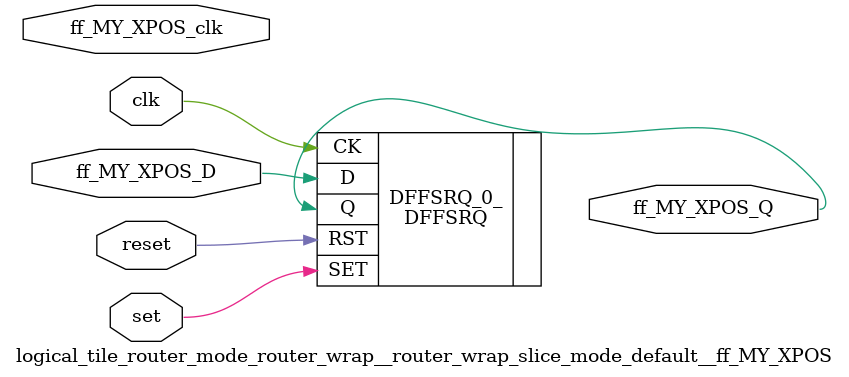
<source format=v>
`default_nettype none

module logical_tile_router_mode_router_wrap__router_wrap_slice_mode_default__ff_MY_XPOS(set,
                                                                                        reset,
                                                                                        clk,
                                                                                        ff_MY_XPOS_D,
                                                                                        ff_MY_XPOS_Q,
                                                                                        ff_MY_XPOS_clk);
//----- GLOBAL PORTS -----
input [0:0] set;
//----- GLOBAL PORTS -----
input [0:0] reset;
//----- GLOBAL PORTS -----
input [0:0] clk;
//----- INPUT PORTS -----
input [0:0] ff_MY_XPOS_D;
//----- OUTPUT PORTS -----
output [0:0] ff_MY_XPOS_Q;
//----- CLOCK PORTS -----
input [0:0] ff_MY_XPOS_clk;

//----- BEGIN wire-connection ports -----
wire [0:0] ff_MY_XPOS_D;
wire [0:0] ff_MY_XPOS_Q;
wire [0:0] ff_MY_XPOS_clk;
//----- END wire-connection ports -----


//----- BEGIN Registered ports -----
//----- END Registered ports -----



// ----- BEGIN Local short connections -----
// ----- END Local short connections -----
// ----- BEGIN Local output short connections -----
// ----- END Local output short connections -----

	DFFSRQ DFFSRQ_0_ (
		.SET(set),
		.RST(reset),
		.CK(clk),
		.D(ff_MY_XPOS_D),
		.Q(ff_MY_XPOS_Q));

endmodule
// ----- END Verilog module for logical_tile_router_mode_router_wrap__router_wrap_slice_mode_default__ff_MY_XPOS -----

//----- Default net type -----
`default_nettype wire




</source>
